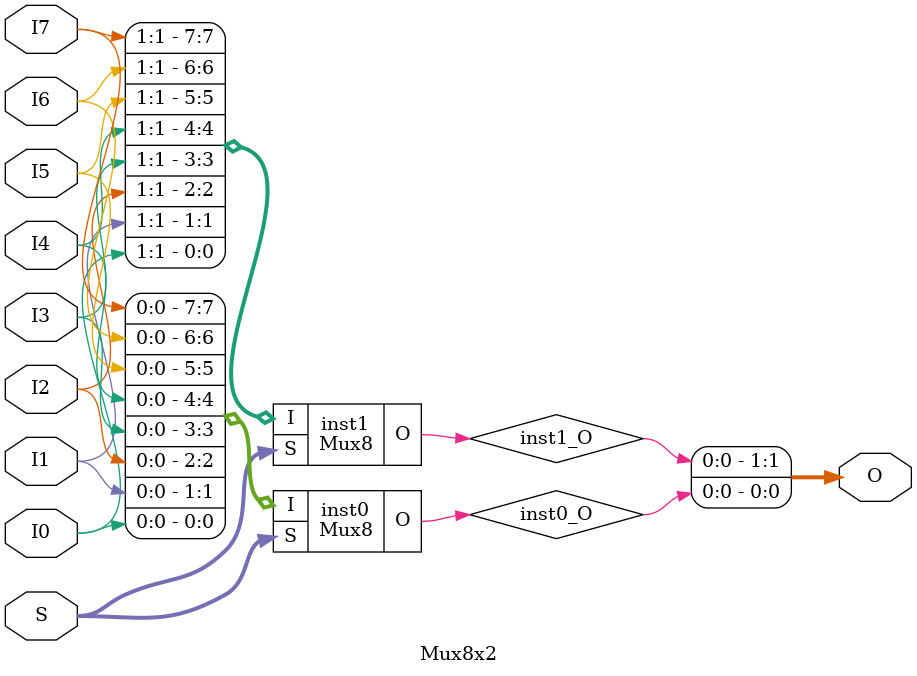
<source format=v>
module Mux4 (input [3:0] I, input [1:0] S, output  O);
wire  inst0_O;
LUT6 #(.INIT(64'hFF00F0F0CCCCAAAA)) inst0 (.I0(I[0]), .I1(I[1]), .I2(I[2]), .I3(I[3]), .I4(S[0]), .I5(S[1]), .O(inst0_O));
assign O = inst0_O;
endmodule

module Mux8 (input [7:0] I, input [2:0] S, output  O);
wire  inst0_O;
wire  inst1_O;
wire  inst2_O;
Mux4 inst0 (.I({I[3],I[2],I[1],I[0]}), .S({S[1],S[0]}), .O(inst0_O));
Mux4 inst1 (.I({I[7],I[6],I[5],I[4]}), .S({S[1],S[0]}), .O(inst1_O));
MUXF7 inst2 (.I0(inst0_O), .I1(inst1_O), .S(S[2]), .O(inst2_O));
assign O = inst2_O;
endmodule

module Mux8x2 (input [1:0] I0, input [1:0] I1, input [1:0] I2, input [1:0] I3, input [1:0] I4, input [1:0] I5, input [1:0] I6, input [1:0] I7, input [2:0] S, output [1:0] O);
wire  inst0_O;
wire  inst1_O;
Mux8 inst0 (.I({I7[0],I6[0],I5[0],I4[0],I3[0],I2[0],I1[0],I0[0]}), .S(S), .O(inst0_O));
Mux8 inst1 (.I({I7[1],I6[1],I5[1],I4[1],I3[1],I2[1],I1[1],I0[1]}), .S(S), .O(inst1_O));
assign O = {inst1_O,inst0_O};
endmodule


</source>
